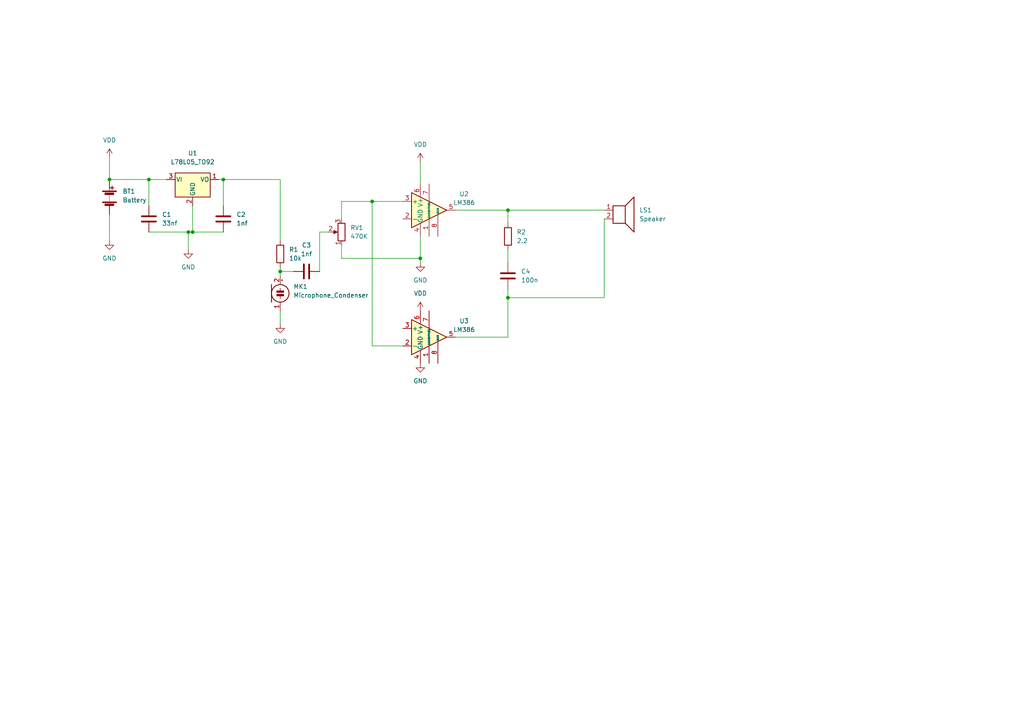
<source format=kicad_sch>
(kicad_sch (version 20211123) (generator eeschema)
  (paper "A4")
  (lib_symbols
    (symbol "Amplifier_Audio:LM386" (pin_names (offset 0.127))
      (property "Reference" "U" (at 1.27 7.62 0))
      (property "Value" "LM386" (at 1.27 5.08 0))
      (symbol "LM386_0_1"
        (polyline (pts (xy 5.08 0) (xy -5.08 5.08) (xy -5.08 -5.08) (xy 5.08 0)) (stroke (width 0.254)) (fill (type background)))
      )
      (symbol "LM386_1_1"
        (pin input line (at 0 -7.62 90) (length 5.08) (name "GAIN") (number "1"))
        (pin input line (at -7.62 -2.54 0) (length 2.54) (name "-") (number "2"))
        (pin input line (at -7.62 2.54 0) (length 2.54) (name "+") (number "3"))
        (pin power_in line (at -2.54 -7.62 90) (length 3.81) (name "GND") (number "4"))
        (pin output line (at 7.62 0 180) (length 2.54) (name "~") (number "5"))
        (pin power_in line (at -2.54 7.62 270) (length 3.81) (name "V+") (number "6"))
        (pin input line (at 0 7.62 270) (length 5.08) (name "BYPASS") (number "7"))
        (pin input line (at 2.54 -7.62 90) (length 6.35) (name "GAIN") (number "8"))
      )
    )
    (symbol "Device:Battery" (pin_numbers hide) (pin_names (offset 0) hide)
      (property "Reference" "BT" (at 2.54 2.54 0))
      (property "Value" "Battery" (at 2.54 0 0))
      (symbol "Battery_0_1"
        (rectangle (start -2.032 -1.397) (end 2.032 -1.651) (fill (type outline)))
        (rectangle (start -2.032 1.778) (end 2.032 1.524) (fill (type outline)))
        (rectangle (start -1.3208 -1.9812) (end 1.27 -2.4892) (fill (type outline)))
        (rectangle (start -1.3208 1.1938) (end 1.27 0.6858) (fill (type outline)))
        (polyline (pts (xy 0 -1.524) (xy 0 -1.27)))
        (polyline (pts (xy 0 -1.016) (xy 0 -0.762)))
        (polyline (pts (xy 0 -0.508) (xy 0 -0.254)))
        (polyline (pts (xy 0 0) (xy 0 0.254)))
        (polyline (pts (xy 0 0.508) (xy 0 0.762)))
        (polyline (pts (xy 0 1.778) (xy 0 2.54)))
        (polyline (pts (xy 0.254 2.667) (xy 1.27 2.667)) (stroke (width 0.254)))
        (polyline (pts (xy 0.762 3.175) (xy 0.762 2.159)) (stroke (width 0.254)))
      )
      (symbol "Battery_1_1"
        (pin passive line (at 0 5.08 270) (length 2.54) (name "+") (number "1"))
        (pin passive line (at 0 -5.08 90) (length 2.54) (name "-") (number "2"))
      )
    )
    (symbol "Device:C" (pin_numbers hide) (pin_names (offset 0.254))
      (property "Reference" "C" (at 0.635 2.54 0))
      (property "Value" "C" (at 0.635 -2.54 0))
      (symbol "C_0_1"
        (polyline (pts (xy -2.032 -0.762) (xy 2.032 -0.762)) (stroke (width 0.508)))
        (polyline (pts (xy -2.032 0.762) (xy 2.032 0.762)) (stroke (width 0.508)))
      )
      (symbol "C_1_1"
        (pin passive line (at 0 3.81 270) (length 2.794) (name "~") (number "1"))
        (pin passive line (at 0 -3.81 90) (length 2.794) (name "~") (number "2"))
      )
    )
    (symbol "Device:Microphone_Condenser" (pin_names (offset 0.0254) hide)
      (property "Reference" "MK" (at -3.302 1.27 0))
      (property "Value" "Microphone_Condenser" (at -3.302 -0.635 0))
      (symbol "Microphone_Condenser_0_1"
        (polyline (pts (xy -2.54 2.54) (xy -2.54 -2.54)) (stroke (width 0.254)))
        (polyline (pts (xy 0 -0.762) (xy 0 -1.524)))
        (polyline (pts (xy 0 0.762) (xy 0 1.524)))
        (polyline (pts (xy 0.254 3.81) (xy 0.762 3.81)))
        (polyline (pts (xy 0.508 4.064) (xy 0.508 3.556)))
        (circle (center 0 0) (radius 2.54) (stroke (width 0.254)))
        (rectangle (start 1.016 -0.254) (end -1.016 -0.762) (fill (type outline)))
        (rectangle (start 1.016 0.762) (end -1.016 0.254) (fill (type outline)))
      )
      (symbol "Microphone_Condenser_1_1"
        (pin passive line (at 0 -5.08 90) (length 2.54) (name "-") (number "1"))
        (pin passive line (at 0 5.08 270) (length 2.54) (name "+") (number "2"))
      )
    )
    (symbol "Device:R" (pin_numbers hide) (pin_names (offset 0))
      (property "Reference" "R" (at 2.032 0 90))
      (property "Value" "R" (at 0 0 90))
      (symbol "R_0_1"
        (rectangle (start -1.016 -2.54) (end 1.016 2.54) (stroke (width 0.254)))
      )
      (symbol "R_1_1"
        (pin passive line (at 0 3.81 270) (length 1.27) (name "~") (number "1"))
        (pin passive line (at 0 -3.81 90) (length 1.27) (name "~") (number "2"))
      )
    )
    (symbol "Device:R_Potentiometer" (pin_names (offset 1.016) hide)
      (property "Reference" "RV" (at -4.445 0 90))
      (property "Value" "R_Potentiometer" (at -2.54 0 90))
      (symbol "R_Potentiometer_0_1"
        (polyline (pts (xy 2.54 0) (xy 1.524 0)))
        (polyline (pts (xy 1.143 0) (xy 2.286 0.508) (xy 2.286 -0.508) (xy 1.143 0)) (fill (type outline)))
        (rectangle (start 1.016 2.54) (end -1.016 -2.54) (stroke (width 0.254)))
      )
      (symbol "R_Potentiometer_1_1"
        (pin passive line (at 0 3.81 270) (length 1.27) (name "1") (number "1"))
        (pin passive line (at 3.81 0 180) (length 1.27) (name "2") (number "2"))
        (pin passive line (at 0 -3.81 90) (length 1.27) (name "3") (number "3"))
      )
    )
    (symbol "Device:Speaker" (pin_names (offset 0) hide)
      (property "Reference" "LS" (at 1.27 5.715 0))
      (property "Value" "Speaker" (at 1.27 3.81 0))
      (symbol "Speaker_0_0"
        (rectangle (start -2.54 1.27) (end 1.016 -3.81) (stroke (width 0.254)))
        (polyline (pts (xy 1.016 1.27) (xy 3.556 3.81) (xy 3.556 -6.35) (xy 1.016 -3.81)) (stroke (width 0.254)))
      )
      (symbol "Speaker_1_1"
        (pin input line (at -5.08 0 0) (length 2.54) (name "1") (number "1"))
        (pin input line (at -5.08 -2.54 0) (length 2.54) (name "2") (number "2"))
      )
    )
    (symbol "Regulator_Linear:L78L05_TO92" (pin_names (offset 0.254))
      (property "Reference" "U" (at -3.81 3.175 0))
      (property "Value" "L78L05_TO92" (at 0 3.175 0))
      (symbol "L78L05_TO92_0_1"
        (rectangle (start -5.08 -5.08) (end 5.08 1.905) (stroke (width 0.254)) (fill (type background)))
      )
      (symbol "L78L05_TO92_1_1"
        (pin power_out line (at 7.62 0 180) (length 2.54) (name "VO") (number "1"))
        (pin power_in line (at 0 -7.62 90) (length 2.54) (name "GND") (number "2"))
        (pin power_in line (at -7.62 0 0) (length 2.54) (name "VI") (number "3"))
      )
    )
    (symbol "power:GND" (power) (pin_names (offset 0))
      (property "Value" "GND" (at 0 -3.81 0))
      (symbol "GND_0_1"
        (polyline (pts (xy 0 0) (xy 0 -1.27) (xy 1.27 -1.27) (xy 0 -2.54) (xy -1.27 -1.27) (xy 0 -1.27)))
      )
      (symbol "GND_1_1"
        (pin power_in line (at 0 0 270) (length 0) hide (name "GND") (number "1"))
      )
    )
    (symbol "power:VDD" (power) (pin_names (offset 0))
      (property "Value" "VDD" (at 0 3.81 0))
      (symbol "VDD_0_1"
        (polyline (pts (xy -0.762 1.27) (xy 0 2.54)))
        (polyline (pts (xy 0 0) (xy 0 2.54)))
        (polyline (pts (xy 0 2.54) (xy 0.762 1.27)))
      )
      (symbol "VDD_1_1"
        (pin power_in line (at 0 0 90) (length 0) hide (name "VDD") (number "1"))
      )
    )
  )
  (junction (at 43.18 52.07))
  (junction (at 55.88 67.31))
  (junction (at 147.32 60.96))
  (junction (at 81.28 78.74))
  (junction (at 121.92 74.93))
  (junction (at 64.77 52.07))
  (junction (at 107.95 58.42))
  (junction (at 31.75 52.07))
  (junction (at 147.32 86.36))
  (junction (at 54.61 67.31))
  (wire (pts (xy 43.18 59.69) (xy 43.18 52.07)))
  (wire (pts (xy 107.95 58.42) (xy 116.84 58.42)))
  (wire (pts (xy 54.61 72.39) (xy 54.61 67.31)))
  (wire (pts (xy 99.06 74.93) (xy 121.92 74.93)))
  (wire (pts (xy 81.28 78.74) (xy 85.09 78.74)))
  (wire (pts (xy 43.18 67.31) (xy 54.61 67.31)))
  (wire (pts (xy 147.32 97.79) (xy 132.08 97.79)))
  (wire (pts (xy 99.06 71.12) (xy 99.06 74.93)))
  (wire (pts (xy 92.71 67.31) (xy 95.25 67.31)))
  (wire (pts (xy 107.95 58.42) (xy 107.95 100.33)))
  (wire (pts (xy 54.61 67.31) (xy 55.88 67.31)))
  (wire (pts (xy 43.18 52.07) (xy 48.26 52.07)))
  (wire (pts (xy 147.32 72.39) (xy 147.32 76.2)))
  (wire (pts (xy 64.77 52.07) (xy 81.28 52.07)))
  (wire (pts (xy 81.28 90.17) (xy 81.28 93.98)))
  (wire (pts (xy 81.28 77.47) (xy 81.28 78.74)))
  (wire (pts (xy 64.77 59.69) (xy 64.77 52.07)))
  (wire (pts (xy 55.88 67.31) (xy 64.77 67.31)))
  (wire (pts (xy 147.32 60.96) (xy 175.26 60.96)))
  (wire (pts (xy 107.95 100.33) (xy 116.84 100.33)))
  (wire (pts (xy 121.92 74.93) (xy 121.92 76.2)))
  (wire (pts (xy 81.28 78.74) (xy 81.28 80.01)))
  (wire (pts (xy 132.08 60.96) (xy 147.32 60.96)))
  (wire (pts (xy 31.75 52.07) (xy 43.18 52.07)))
  (wire (pts (xy 64.77 52.07) (xy 63.5 52.07)))
  (wire (pts (xy 99.06 63.5) (xy 99.06 58.42)))
  (wire (pts (xy 31.75 62.23) (xy 31.75 69.85)))
  (wire (pts (xy 147.32 60.96) (xy 147.32 64.77)))
  (wire (pts (xy 121.92 68.58) (xy 121.92 74.93)))
  (wire (pts (xy 55.88 59.69) (xy 55.88 67.31)))
  (wire (pts (xy 175.26 86.36) (xy 147.32 86.36)))
  (wire (pts (xy 121.92 46.99) (xy 121.92 53.34)))
  (wire (pts (xy 175.26 63.5) (xy 175.26 86.36)))
  (wire (pts (xy 147.32 83.82) (xy 147.32 86.36)))
  (wire (pts (xy 31.75 45.72) (xy 31.75 52.07)))
  (wire (pts (xy 92.71 78.74) (xy 92.71 67.31)))
  (wire (pts (xy 99.06 58.42) (xy 107.95 58.42)))
  (wire (pts (xy 81.28 52.07) (xy 81.28 69.85)))
  (wire (pts (xy 147.32 86.36) (xy 147.32 97.79)))
  (symbol (lib_id "power:GND") (at 121.92 105.41 0) (unit 1)
    (property "Reference" "#PWR?" (effects hide))
    (property "Value" "GND" (at 121.92 110.49 0))
  )
  (symbol (lib_id "power:VDD") (at 121.92 90.17 0) (unit 1)
    (property "Reference" "#PWR?" (effects hide))
    (property "Value" "VDD" (at 121.92 85.09 0))
  )
  (symbol (lib_id "Device:C") (at 64.77 63.5 0) (unit 1)
    (property "Reference" "C2" (at 68.58 62.2299 0) (effects (justify left)))
    (property "Value" "1nf" (at 68.58 64.7699 0) (effects (justify left)))
    (property "Footprint" "Capacitor_THT:C_Rect_L7.2mm_W3.0mm_P5.00mm_FKS2_FKP2_MKS2_MKP2" (effects hide))
  )
  (symbol (lib_id "Device:R") (at 81.28 73.66 0) (unit 1)
    (property "Reference" "R1" (at 83.82 72.3899 0) (effects (justify left)))
    (property "Value" "10k" (at 83.82 74.9299 0) (effects (justify left)))
    (property "Footprint" "Resistor_THT:R_Axial_DIN0204_L3.6mm_D1.6mm_P7.62mm_Horizontal" (effects hide))
  )
  (symbol (lib_id "power:GND") (at 31.75 69.85 0) (unit 1)
    (property "Reference" "#PWR0102" (effects hide))
    (property "Value" "GND" (at 31.75 74.93 0))
  )
  (symbol (lib_id "Device:Microphone_Condenser") (at 81.28 85.09 0) (unit 1)
    (property "Reference" "MK1" (at 85.09 83.1214 0) (effects (justify left)))
    (property "Value" "Microphone_Condenser" (at 85.09 85.6614 0) (effects (justify left)))
    (property "Footprint" "Connector_PinHeader_2.00mm:PinHeader_1x02_P2.00mm_Vertical" (effects hide))
  )
  (symbol (lib_id "power:VDD") (at 121.92 46.99 0) (unit 1)
    (property "Reference" "#PWR?" (effects hide))
    (property "Value" "VDD" (at 121.92 41.91 0))
  )
  (symbol (lib_id "Device:C") (at 43.18 63.5 0) (unit 1)
    (property "Reference" "C1" (at 46.99 62.2299 0) (effects (justify left)))
    (property "Value" "33nf" (at 46.99 64.7699 0) (effects (justify left)))
    (property "Footprint" "Capacitor_THT:C_Rect_L7.2mm_W3.0mm_P5.00mm_FKS2_FKP2_MKS2_MKP2" (effects hide))
  )
  (symbol (lib_id "power:VDD") (at 31.75 45.72 0) (unit 1)
    (property "Reference" "#PWR?" (effects hide))
    (property "Value" "VDD" (at 31.75 40.64 0))
  )
  (symbol (lib_id "power:GND") (at 81.28 93.98 0) (unit 1)
    (property "Reference" "#PWR0104" (effects hide))
    (property "Value" "GND" (at 81.28 99.06 0))
  )
  (symbol (lib_id "Amplifier_Audio:LM386") (at 124.46 60.96 0) (unit 1)
    (property "Reference" "U2" (at 134.62 56.261 0))
    (property "Value" "LM386" (at 134.62 58.801 0))
    (property "Footprint" "Package_DIP:DIP-8_W7.62mm_Socket" (effects hide))
    (property "Datasheet" "http://www.ti.com/lit/ds/symlink/lm386.pdf" (effects hide))
  )
  (symbol (lib_id "Device:C") (at 88.9 78.74 90) (unit 1)
    (property "Reference" "C3" (at 88.9 71.12 90))
    (property "Value" "1nf" (at 88.9 73.66 90))
    (property "Footprint" "Capacitor_THT:C_Rect_L7.2mm_W3.0mm_P5.00mm_FKS2_FKP2_MKS2_MKP2" (effects hide))
  )
  (symbol (lib_id "Device:R_Potentiometer") (at 99.06 67.31 180) (unit 1)
    (property "Reference" "RV1" (at 101.6 66.0399 0) (effects (justify right)))
    (property "Value" "470K" (at 101.6 68.5799 0) (effects (justify right)))
    (property "Footprint" "Potentiometer_THT:Potentiometer_Piher_PT-10-V05_Vertical" (effects hide))
  )
  (symbol (lib_id "Regulator_Linear:L78L05_TO92") (at 55.88 52.07 0) (unit 1)
    (property "Reference" "U1" (at 55.88 44.45 0))
    (property "Value" "L78L05_TO92" (at 55.88 46.99 0))
    (property "Footprint" "Package_TO_SOT_THT:TO-92_Inline_Wide" (effects hide))
    (property "Datasheet" "http://www.st.com/content/ccc/resource/technical/document/datasheet/15/55/e5/aa/23/5b/43/fd/CD00000446.pdf/files/CD00000446.pdf/jcr:content/translations/en.CD00000446.pdf" (effects hide))
  )
  (symbol (lib_id "Amplifier_Audio:LM386") (at 124.46 97.79 0) (unit 1)
    (property "Reference" "U3" (at 134.62 93.091 0))
    (property "Value" "LM386" (at 134.62 95.631 0))
    (property "Footprint" "Package_DIP:DIP-8_W7.62mm_Socket" (effects hide))
    (property "Datasheet" "http://www.ti.com/lit/ds/symlink/lm386.pdf" (effects hide))
  )
  (symbol (lib_id "Device:Battery") (at 31.75 57.15 0) (unit 1)
    (property "Reference" "BT1" (at 35.56 55.4989 0) (effects (justify left)))
    (property "Value" "Battery" (at 35.56 58.0389 0) (effects (justify left)))
    (property "Footprint" "Connector_PinHeader_2.00mm:PinHeader_1x02_P2.00mm_Vertical" (effects hide))
  )
  (symbol (lib_id "Device:C") (at 147.32 80.01 0) (unit 1)
    (property "Reference" "C4" (at 151.13 78.7399 0) (effects (justify left)))
    (property "Value" "100n" (at 151.13 81.2799 0) (effects (justify left)))
  )
  (symbol (lib_id "Device:R") (at 147.32 68.58 0) (unit 1)
    (property "Reference" "R2" (at 149.86 67.3099 0) (effects (justify left)))
    (property "Value" "2.2" (at 149.86 69.8499 0) (effects (justify left)))
  )
  (symbol (lib_id "Device:Speaker") (at 180.34 60.96 0) (unit 1)
    (property "Reference" "LS1" (at 185.42 60.9599 0) (effects (justify left)))
    (property "Value" "Speaker" (at 185.42 63.4999 0) (effects (justify left)))
    (property "Footprint" "Connector_PinHeader_2.00mm:PinHeader_1x02_P2.00mm_Vertical" (effects hide))
  )
  (symbol (lib_id "power:GND") (at 121.92 76.2 0) (unit 1)
    (property "Reference" "#PWR0105" (effects hide))
    (property "Value" "GND" (at 121.92 81.28 0))
  )
  (symbol (lib_id "power:GND") (at 54.61 72.39 0) (unit 1)
    (property "Reference" "#PWR0101" (effects hide))
    (property "Value" "GND" (at 54.61 77.47 0))
  )
)
</source>
